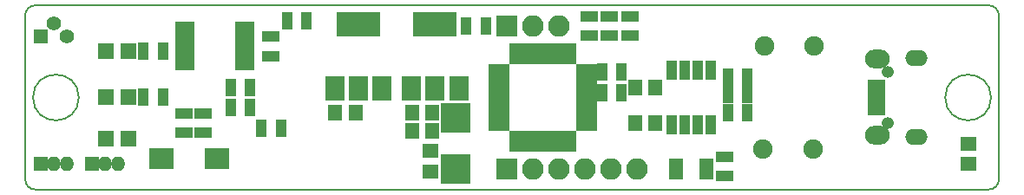
<source format=gbr>
%TF.GenerationSoftware,KiCad,Pcbnew,4.0.7*%
%TF.CreationDate,2018-01-21T21:44:22+02:00*%
%TF.ProjectId,OilMeteo_V2.0,4F696C4D6574656F5F56322E302E6B69,rev?*%
%TF.FileFunction,Soldermask,Top*%
%FSLAX46Y46*%
G04 Gerber Fmt 4.6, Leading zero omitted, Abs format (unit mm)*
G04 Created by KiCad (PCBNEW 4.0.7) date 01/21/18 21:44:22*
%MOMM*%
%LPD*%
G01*
G04 APERTURE LIST*
%ADD10C,0.150000*%
%ADD11R,1.650000X1.400000*%
%ADD12R,2.900000X2.950000*%
%ADD13R,1.400000X1.650000*%
%ADD14R,1.400000X2.000000*%
%ADD15R,1.700000X0.850000*%
%ADD16O,2.400000X1.850000*%
%ADD17O,2.200000X1.550000*%
%ADD18O,1.200000X1.200000*%
%ADD19R,2.100000X2.100000*%
%ADD20O,2.100000X2.100000*%
%ADD21R,1.400000X1.400000*%
%ADD22O,1.400000X1.400000*%
%ADD23R,1.600000X1.600000*%
%ADD24C,1.400000*%
%ADD25R,1.700000X1.100000*%
%ADD26R,1.100000X1.700000*%
%ADD27R,2.400000X2.000000*%
%ADD28R,0.950000X2.000000*%
%ADD29R,2.000000X0.950000*%
%ADD30R,4.200000X2.400000*%
%ADD31R,1.900000X2.400000*%
%ADD32R,1.850000X0.850000*%
%ADD33R,1.000000X1.950000*%
%ADD34C,1.900000*%
G04 APERTURE END LIST*
D10*
X100000000Y-35000000D02*
X193000000Y-35000000D01*
X99000000Y-52000000D02*
X99000000Y-36000000D01*
X193000000Y-53000000D02*
X100000000Y-53000000D01*
X194000000Y-36000000D02*
X194000000Y-52000000D01*
X194000000Y-36000000D02*
G75*
G03X193000000Y-35000000I-1000000J0D01*
G01*
X193000000Y-53000000D02*
G75*
G03X194000000Y-52000000I0J1000000D01*
G01*
X99000000Y-52000000D02*
G75*
G03X100000000Y-53000000I1000000J0D01*
G01*
X100000000Y-35000000D02*
G75*
G03X99000000Y-36000000I0J-1000000D01*
G01*
X104236068Y-44000000D02*
G75*
G03X104236068Y-44000000I-2236068J0D01*
G01*
X193236068Y-44000000D02*
G75*
G03X193236068Y-44000000I-2236068J0D01*
G01*
D11*
X138500000Y-49250000D03*
X138500000Y-51250000D03*
D12*
X141000000Y-45975000D03*
X141000000Y-51025000D03*
D13*
X138750000Y-47250000D03*
X136750000Y-47250000D03*
D11*
X191000000Y-48500000D03*
X191000000Y-50500000D03*
D13*
X158500000Y-43000000D03*
X160500000Y-43000000D03*
X131250000Y-45500000D03*
X129250000Y-45500000D03*
X138750000Y-45500000D03*
X136750000Y-45500000D03*
X160500000Y-46500000D03*
X158500000Y-46500000D03*
D14*
X162500000Y-51000000D03*
X165500000Y-51000000D03*
D15*
X182100000Y-45300000D03*
X182100000Y-44650000D03*
X182100000Y-44000000D03*
X182100000Y-43350000D03*
X182100000Y-42700000D03*
D16*
X182150000Y-47725000D03*
X182150000Y-40275000D03*
D17*
X185950000Y-47875000D03*
X185950000Y-40125000D03*
D18*
X183200000Y-46500000D03*
X183200000Y-41500000D03*
D19*
X146000000Y-37000000D03*
D20*
X148540000Y-37000000D03*
X151080000Y-37000000D03*
D21*
X105500000Y-50500000D03*
D22*
X106770000Y-50500000D03*
X108040000Y-50500000D03*
D21*
X100500000Y-50500000D03*
D22*
X101770000Y-50500000D03*
X103040000Y-50500000D03*
D19*
X146000000Y-51000000D03*
D20*
X148540000Y-51000000D03*
X151080000Y-51000000D03*
X153620000Y-51000000D03*
X156160000Y-51000000D03*
X158700000Y-51000000D03*
D23*
X109100000Y-39500000D03*
X106900000Y-39500000D03*
X109100000Y-44000000D03*
X106900000Y-44000000D03*
D24*
X101770000Y-36730000D03*
X103040000Y-38000000D03*
D21*
X100500000Y-38000000D03*
D25*
X116357400Y-45532000D03*
X116357400Y-47432000D03*
D26*
X157200000Y-43500000D03*
X155300000Y-43500000D03*
X157200000Y-41500000D03*
X155300000Y-41500000D03*
X110550000Y-44000000D03*
X112450000Y-44000000D03*
D25*
X154000000Y-36050000D03*
X154000000Y-37950000D03*
D26*
X110550000Y-39500000D03*
X112450000Y-39500000D03*
X123950000Y-47000000D03*
X122050000Y-47000000D03*
D25*
X114500000Y-47450000D03*
X114500000Y-45550000D03*
D26*
X119050000Y-43000000D03*
X120950000Y-43000000D03*
X119050000Y-45000000D03*
X120950000Y-45000000D03*
X142050000Y-37000000D03*
X143950000Y-37000000D03*
D25*
X123000000Y-38050000D03*
X123000000Y-39950000D03*
D26*
X124550000Y-36500000D03*
X126450000Y-36500000D03*
X167550000Y-42000000D03*
X169450000Y-42000000D03*
X167550000Y-45500000D03*
X169450000Y-45500000D03*
X167550000Y-43750000D03*
X169450000Y-43750000D03*
D25*
X156000000Y-36050000D03*
X156000000Y-37950000D03*
X158000000Y-36050000D03*
X158000000Y-37950000D03*
X167250000Y-49800000D03*
X167250000Y-51700000D03*
D23*
X109100000Y-48000000D03*
X106900000Y-48000000D03*
D27*
X117700000Y-50000000D03*
X112300000Y-50000000D03*
D28*
X152300000Y-39750000D03*
X151500000Y-39750000D03*
X150700000Y-39750000D03*
X149900000Y-39750000D03*
X149100000Y-39750000D03*
X148300000Y-39750000D03*
X147500000Y-39750000D03*
X146700000Y-39750000D03*
D29*
X145250000Y-41200000D03*
X145250000Y-42000000D03*
X145250000Y-42800000D03*
X145250000Y-43600000D03*
X145250000Y-44400000D03*
X145250000Y-45200000D03*
X145250000Y-46000000D03*
X145250000Y-46800000D03*
D28*
X146700000Y-48250000D03*
X147500000Y-48250000D03*
X148300000Y-48250000D03*
X149100000Y-48250000D03*
X149900000Y-48250000D03*
X150700000Y-48250000D03*
X151500000Y-48250000D03*
X152300000Y-48250000D03*
D29*
X153750000Y-46800000D03*
X153750000Y-46000000D03*
X153750000Y-45200000D03*
X153750000Y-44400000D03*
X153750000Y-43600000D03*
X153750000Y-42800000D03*
X153750000Y-42000000D03*
X153750000Y-41200000D03*
D30*
X139000000Y-36850000D03*
D31*
X139000000Y-43150000D03*
X141300000Y-43150000D03*
X136700000Y-43150000D03*
D32*
X114550000Y-37050000D03*
X114550000Y-37700000D03*
X114550000Y-38350000D03*
X114550000Y-39000000D03*
X114550000Y-39650000D03*
X114550000Y-40300000D03*
X114550000Y-40950000D03*
X120450000Y-40950000D03*
X120450000Y-40300000D03*
X120450000Y-39650000D03*
X120450000Y-39000000D03*
X120450000Y-38350000D03*
X120450000Y-37700000D03*
X120450000Y-37050000D03*
D30*
X131500000Y-36850000D03*
D31*
X131500000Y-43150000D03*
X133800000Y-43150000D03*
X129200000Y-43150000D03*
D33*
X165905000Y-41300000D03*
X164635000Y-41300000D03*
X163365000Y-41300000D03*
X162095000Y-41300000D03*
X162095000Y-46700000D03*
X163365000Y-46700000D03*
X164635000Y-46700000D03*
X165905000Y-46700000D03*
D34*
X171000000Y-49000000D03*
X175880000Y-49000000D03*
X176000000Y-39000000D03*
X171120000Y-39000000D03*
M02*

</source>
